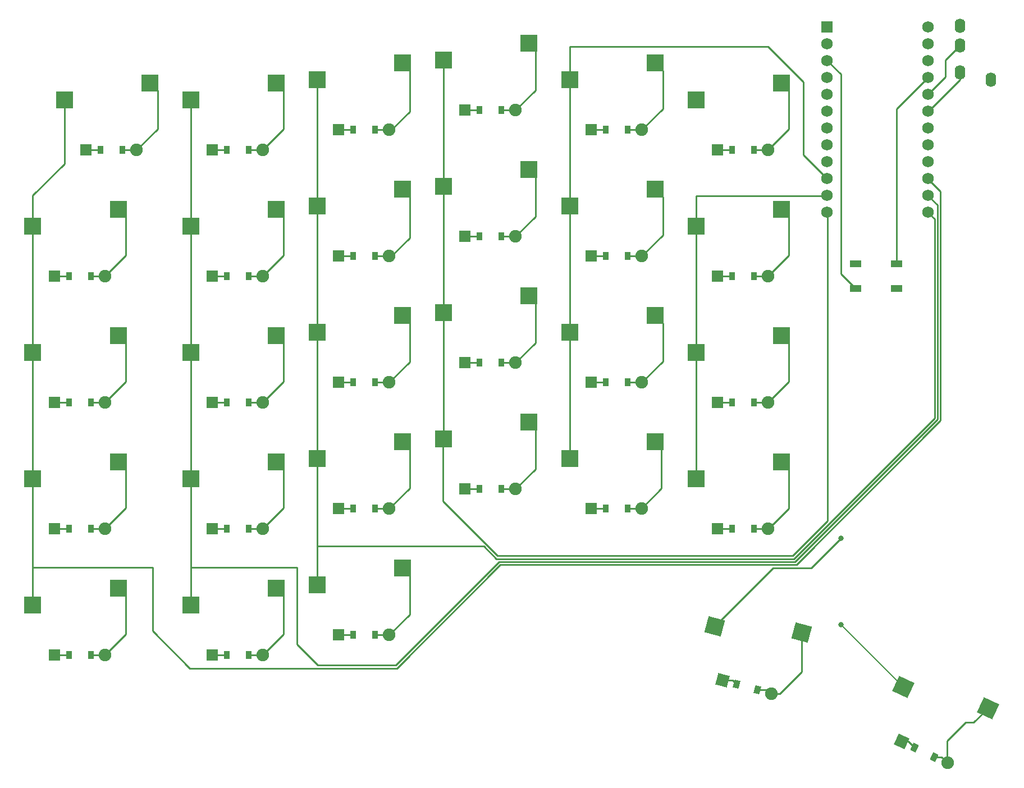
<source format=gbr>
%TF.GenerationSoftware,KiCad,Pcbnew,7.0.2-6a45011f42~172~ubuntu22.04.1*%
%TF.CreationDate,2023-05-03T20:51:48-04:00*%
%TF.ProjectId,left,6c656674-2e6b-4696-9361-645f70636258,v1.0.0*%
%TF.SameCoordinates,Original*%
%TF.FileFunction,Copper,L2,Bot*%
%TF.FilePolarity,Positive*%
%FSLAX46Y46*%
G04 Gerber Fmt 4.6, Leading zero omitted, Abs format (unit mm)*
G04 Created by KiCad (PCBNEW 7.0.2-6a45011f42~172~ubuntu22.04.1) date 2023-05-03 20:51:48*
%MOMM*%
%LPD*%
G01*
G04 APERTURE LIST*
G04 Aperture macros list*
%AMRotRect*
0 Rectangle, with rotation*
0 The origin of the aperture is its center*
0 $1 length*
0 $2 width*
0 $3 Rotation angle, in degrees counterclockwise*
0 Add horizontal line*
21,1,$1,$2,0,0,$3*%
G04 Aperture macros list end*
%TA.AperFunction,SMDPad,CuDef*%
%ADD10RotRect,2.550000X2.500000X345.000000*%
%TD*%
%TA.AperFunction,SMDPad,CuDef*%
%ADD11RotRect,2.550000X2.500000X335.000000*%
%TD*%
%TA.AperFunction,SMDPad,CuDef*%
%ADD12RotRect,0.900000X1.200000X335.000000*%
%TD*%
%TA.AperFunction,ComponentPad*%
%ADD13RotRect,1.778000X1.778000X335.000000*%
%TD*%
%TA.AperFunction,ComponentPad*%
%ADD14C,1.905000*%
%TD*%
%TA.AperFunction,SMDPad,CuDef*%
%ADD15R,2.550000X2.500000*%
%TD*%
%TA.AperFunction,SMDPad,CuDef*%
%ADD16R,0.900000X1.200000*%
%TD*%
%TA.AperFunction,ComponentPad*%
%ADD17R,1.778000X1.778000*%
%TD*%
%TA.AperFunction,SMDPad,CuDef*%
%ADD18RotRect,0.900000X1.200000X345.000000*%
%TD*%
%TA.AperFunction,ComponentPad*%
%ADD19RotRect,1.778000X1.778000X345.000000*%
%TD*%
%TA.AperFunction,ComponentPad*%
%ADD20C,1.752600*%
%TD*%
%TA.AperFunction,ComponentPad*%
%ADD21R,1.752600X1.752600*%
%TD*%
%TA.AperFunction,SMDPad,CuDef*%
%ADD22R,1.800000X1.100000*%
%TD*%
%TA.AperFunction,ComponentPad*%
%ADD23O,1.600000X2.200000*%
%TD*%
%TA.AperFunction,ViaPad*%
%ADD24C,0.800000*%
%TD*%
%TA.AperFunction,Conductor*%
%ADD25C,0.200000*%
%TD*%
%TA.AperFunction,Conductor*%
%ADD26C,0.250000*%
%TD*%
G04 APERTURE END LIST*
D10*
%TO.P,S28,1*%
%TO.N,P14*%
X140963816Y-126912815D03*
%TO.P,S28,2*%
%TO.N,space_meta*%
X154107739Y-127805118D03*
%TD*%
D11*
%TO.P,S29,2*%
%TO.N,mod_meta*%
X182178590Y-139212427D03*
%TO.P,S29,1*%
%TO.N,P16*%
X169389299Y-136051263D03*
%TD*%
D12*
%TO.P,D29,2*%
%TO.N,mod_meta*%
X174119356Y-146576394D03*
%TO.P,D29,1*%
%TO.N,P15*%
X171128540Y-145181754D03*
D13*
X169170915Y-144268898D03*
D14*
%TO.P,D29,2*%
%TO.N,mod_meta*%
X176076981Y-147489250D03*
%TD*%
D15*
%TO.P,S1,1*%
%TO.N,P7*%
X38152500Y-123660000D03*
%TO.P,S1,2*%
%TO.N,zero_meta*%
X51079500Y-121120000D03*
%TD*%
%TO.P,S2,2*%
%TO.N,zero_bottom*%
X51079500Y-102070000D03*
%TO.P,S2,1*%
%TO.N,P7*%
X38152500Y-104610000D03*
%TD*%
%TO.P,S3,2*%
%TO.N,zero_home*%
X51079500Y-83020000D03*
%TO.P,S3,1*%
%TO.N,P7*%
X38152500Y-85560000D03*
%TD*%
%TO.P,S4,2*%
%TO.N,zero_top*%
X51079500Y-63970000D03*
%TO.P,S4,1*%
%TO.N,P7*%
X38152500Y-66510000D03*
%TD*%
%TO.P,S5,2*%
%TO.N,zero_number*%
X55842000Y-44920000D03*
%TO.P,S5,1*%
%TO.N,P7*%
X42915000Y-47460000D03*
%TD*%
%TO.P,S6,1*%
%TO.N,P8*%
X61965000Y-123660000D03*
%TO.P,S6,2*%
%TO.N,one_meta*%
X74892000Y-121120000D03*
%TD*%
%TO.P,S7,2*%
%TO.N,one_bottom*%
X74892000Y-102070000D03*
%TO.P,S7,1*%
%TO.N,P8*%
X61965000Y-104610000D03*
%TD*%
%TO.P,S8,1*%
%TO.N,P8*%
X61965000Y-85560000D03*
%TO.P,S8,2*%
%TO.N,one_home*%
X74892000Y-83020000D03*
%TD*%
%TO.P,S9,1*%
%TO.N,P8*%
X61965000Y-66510000D03*
%TO.P,S9,2*%
%TO.N,one_top*%
X74892000Y-63970000D03*
%TD*%
%TO.P,S10,2*%
%TO.N,one_number*%
X74892000Y-44920000D03*
%TO.P,S10,1*%
%TO.N,P8*%
X61965000Y-47460000D03*
%TD*%
%TO.P,S11,1*%
%TO.N,P9*%
X81015000Y-120660000D03*
%TO.P,S11,2*%
%TO.N,two_meta*%
X93942000Y-118120000D03*
%TD*%
%TO.P,S12,1*%
%TO.N,P9*%
X81015000Y-101610000D03*
%TO.P,S12,2*%
%TO.N,two_bottom*%
X93942000Y-99070000D03*
%TD*%
%TO.P,S13,1*%
%TO.N,P9*%
X81015000Y-82560000D03*
%TO.P,S13,2*%
%TO.N,two_home*%
X93942000Y-80020000D03*
%TD*%
%TO.P,S14,1*%
%TO.N,P9*%
X81015000Y-63510000D03*
%TO.P,S14,2*%
%TO.N,two_top*%
X93942000Y-60970000D03*
%TD*%
%TO.P,S15,1*%
%TO.N,P9*%
X81015000Y-44460000D03*
%TO.P,S15,2*%
%TO.N,two_number*%
X93942000Y-41920000D03*
%TD*%
%TO.P,S16,2*%
%TO.N,three_bottom*%
X112992000Y-96070000D03*
%TO.P,S16,1*%
%TO.N,P10*%
X100065000Y-98610000D03*
%TD*%
%TO.P,S17,1*%
%TO.N,P10*%
X100065000Y-79560000D03*
%TO.P,S17,2*%
%TO.N,three_home*%
X112992000Y-77020000D03*
%TD*%
%TO.P,S18,1*%
%TO.N,P10*%
X100065000Y-60510000D03*
%TO.P,S18,2*%
%TO.N,three_top*%
X112992000Y-57970000D03*
%TD*%
%TO.P,S19,1*%
%TO.N,P10*%
X100065000Y-41460000D03*
%TO.P,S19,2*%
%TO.N,three_number*%
X112992000Y-38920000D03*
%TD*%
%TO.P,S20,2*%
%TO.N,four_bottom*%
X132042000Y-99070000D03*
%TO.P,S20,1*%
%TO.N,P14*%
X119115000Y-101610000D03*
%TD*%
%TO.P,S21,1*%
%TO.N,P14*%
X119115000Y-82560000D03*
%TO.P,S21,2*%
%TO.N,four_home*%
X132042000Y-80020000D03*
%TD*%
%TO.P,S22,2*%
%TO.N,four_top*%
X132042000Y-60970000D03*
%TO.P,S22,1*%
%TO.N,P14*%
X119115000Y-63510000D03*
%TD*%
%TO.P,S23,1*%
%TO.N,P14*%
X119115000Y-44460000D03*
%TO.P,S23,2*%
%TO.N,four_number*%
X132042000Y-41920000D03*
%TD*%
%TO.P,S24,1*%
%TO.N,P16*%
X138165000Y-104610000D03*
%TO.P,S24,2*%
%TO.N,five_bottom*%
X151092000Y-102070000D03*
%TD*%
%TO.P,S25,1*%
%TO.N,P16*%
X138165000Y-85560000D03*
%TO.P,S25,2*%
%TO.N,five_home*%
X151092000Y-83020000D03*
%TD*%
%TO.P,S26,1*%
%TO.N,P16*%
X138165000Y-66510000D03*
%TO.P,S26,2*%
%TO.N,five_top*%
X151092000Y-63970000D03*
%TD*%
%TO.P,S27,1*%
%TO.N,P16*%
X138165000Y-47460000D03*
%TO.P,S27,2*%
%TO.N,five_number*%
X151092000Y-44920000D03*
%TD*%
D16*
%TO.P,D1,2*%
%TO.N,zero_meta*%
X46887500Y-131200000D03*
%TO.P,D1,1*%
%TO.N,P15*%
X43587500Y-131200000D03*
D17*
X41427500Y-131200000D03*
D14*
%TO.P,D1,2*%
%TO.N,zero_meta*%
X49047500Y-131200000D03*
%TD*%
D16*
%TO.P,D2,2*%
%TO.N,zero_bottom*%
X46887500Y-112150000D03*
%TO.P,D2,1*%
%TO.N,P18*%
X43587500Y-112150000D03*
D17*
X41427500Y-112150000D03*
D14*
%TO.P,D2,2*%
%TO.N,zero_bottom*%
X49047500Y-112150000D03*
%TD*%
D16*
%TO.P,D3,2*%
%TO.N,zero_home*%
X46887500Y-93100000D03*
%TO.P,D3,1*%
%TO.N,P19*%
X43587500Y-93100000D03*
D17*
X41427500Y-93100000D03*
D14*
%TO.P,D3,2*%
%TO.N,zero_home*%
X49047500Y-93100000D03*
%TD*%
D16*
%TO.P,D4,2*%
%TO.N,zero_top*%
X46887500Y-74050000D03*
%TO.P,D4,1*%
%TO.N,P20*%
X43587500Y-74050000D03*
D17*
X41427500Y-74050000D03*
D14*
%TO.P,D4,2*%
%TO.N,zero_top*%
X49047500Y-74050000D03*
%TD*%
D16*
%TO.P,D5,2*%
%TO.N,zero_number*%
X51650000Y-55000000D03*
%TO.P,D5,1*%
%TO.N,P21*%
X48350000Y-55000000D03*
D17*
X46190000Y-55000000D03*
D14*
%TO.P,D5,2*%
%TO.N,zero_number*%
X53810000Y-55000000D03*
%TD*%
D16*
%TO.P,D6,2*%
%TO.N,one_meta*%
X70700000Y-131200000D03*
%TO.P,D6,1*%
%TO.N,P15*%
X67400000Y-131200000D03*
D17*
X65240000Y-131200000D03*
D14*
%TO.P,D6,2*%
%TO.N,one_meta*%
X72860000Y-131200000D03*
%TD*%
D16*
%TO.P,D7,2*%
%TO.N,one_bottom*%
X70700000Y-112150000D03*
%TO.P,D7,1*%
%TO.N,P18*%
X67400000Y-112150000D03*
D17*
X65240000Y-112150000D03*
D14*
%TO.P,D7,2*%
%TO.N,one_bottom*%
X72860000Y-112150000D03*
%TD*%
D16*
%TO.P,D8,2*%
%TO.N,one_home*%
X70700000Y-93100000D03*
%TO.P,D8,1*%
%TO.N,P19*%
X67400000Y-93100000D03*
D17*
X65240000Y-93100000D03*
D14*
%TO.P,D8,2*%
%TO.N,one_home*%
X72860000Y-93100000D03*
%TD*%
D16*
%TO.P,D9,2*%
%TO.N,one_top*%
X70700000Y-74050000D03*
%TO.P,D9,1*%
%TO.N,P20*%
X67400000Y-74050000D03*
D17*
X65240000Y-74050000D03*
D14*
%TO.P,D9,2*%
%TO.N,one_top*%
X72860000Y-74050000D03*
%TD*%
D16*
%TO.P,D10,2*%
%TO.N,one_number*%
X70700000Y-55000000D03*
%TO.P,D10,1*%
%TO.N,P21*%
X67400000Y-55000000D03*
D17*
X65240000Y-55000000D03*
D14*
%TO.P,D10,2*%
%TO.N,one_number*%
X72860000Y-55000000D03*
%TD*%
D16*
%TO.P,D11,2*%
%TO.N,two_meta*%
X89750000Y-128200000D03*
%TO.P,D11,1*%
%TO.N,P15*%
X86450000Y-128200000D03*
D17*
X84290000Y-128200000D03*
D14*
%TO.P,D11,2*%
%TO.N,two_meta*%
X91910000Y-128200000D03*
%TD*%
D16*
%TO.P,D12,2*%
%TO.N,two_bottom*%
X89750000Y-109150000D03*
%TO.P,D12,1*%
%TO.N,P18*%
X86450000Y-109150000D03*
D17*
X84290000Y-109150000D03*
D14*
%TO.P,D12,2*%
%TO.N,two_bottom*%
X91910000Y-109150000D03*
%TD*%
D16*
%TO.P,D13,2*%
%TO.N,two_home*%
X89750000Y-90100000D03*
%TO.P,D13,1*%
%TO.N,P19*%
X86450000Y-90100000D03*
D17*
X84290000Y-90100000D03*
D14*
%TO.P,D13,2*%
%TO.N,two_home*%
X91910000Y-90100000D03*
%TD*%
D16*
%TO.P,D14,2*%
%TO.N,two_top*%
X89750000Y-71050000D03*
%TO.P,D14,1*%
%TO.N,P20*%
X86450000Y-71050000D03*
D17*
X84290000Y-71050000D03*
D14*
%TO.P,D14,2*%
%TO.N,two_top*%
X91910000Y-71050000D03*
%TD*%
D16*
%TO.P,D15,2*%
%TO.N,two_number*%
X89750000Y-52000000D03*
%TO.P,D15,1*%
%TO.N,P21*%
X86450000Y-52000000D03*
D17*
X84290000Y-52000000D03*
D14*
%TO.P,D15,2*%
%TO.N,two_number*%
X91910000Y-52000000D03*
%TD*%
D16*
%TO.P,D16,2*%
%TO.N,three_bottom*%
X108800000Y-106150000D03*
%TO.P,D16,1*%
%TO.N,P18*%
X105500000Y-106150000D03*
D17*
X103340000Y-106150000D03*
D14*
%TO.P,D16,2*%
%TO.N,three_bottom*%
X110960000Y-106150000D03*
%TD*%
D16*
%TO.P,D17,2*%
%TO.N,three_home*%
X108800000Y-87100000D03*
%TO.P,D17,1*%
%TO.N,P19*%
X105500000Y-87100000D03*
D17*
X103340000Y-87100000D03*
D14*
%TO.P,D17,2*%
%TO.N,three_home*%
X110960000Y-87100000D03*
%TD*%
D16*
%TO.P,D18,2*%
%TO.N,three_top*%
X108800000Y-68050000D03*
%TO.P,D18,1*%
%TO.N,P20*%
X105500000Y-68050000D03*
D17*
X103340000Y-68050000D03*
D14*
%TO.P,D18,2*%
%TO.N,three_top*%
X110960000Y-68050000D03*
%TD*%
D16*
%TO.P,D19,2*%
%TO.N,three_number*%
X108800000Y-49000000D03*
%TO.P,D19,1*%
%TO.N,P21*%
X105500000Y-49000000D03*
D17*
X103340000Y-49000000D03*
D14*
%TO.P,D19,2*%
%TO.N,three_number*%
X110960000Y-49000000D03*
%TD*%
D16*
%TO.P,D20,2*%
%TO.N,four_bottom*%
X127850000Y-109150000D03*
%TO.P,D20,1*%
%TO.N,P18*%
X124550000Y-109150000D03*
D17*
X122390000Y-109150000D03*
D14*
%TO.P,D20,2*%
%TO.N,four_bottom*%
X130010000Y-109150000D03*
%TD*%
D16*
%TO.P,D21,2*%
%TO.N,four_home*%
X127850000Y-90100000D03*
%TO.P,D21,1*%
%TO.N,P19*%
X124550000Y-90100000D03*
D17*
X122390000Y-90100000D03*
D14*
%TO.P,D21,2*%
%TO.N,four_home*%
X130010000Y-90100000D03*
%TD*%
%TO.P,D22,2*%
%TO.N,four_top*%
X130010000Y-71050000D03*
D17*
%TO.P,D22,1*%
%TO.N,P20*%
X122390000Y-71050000D03*
D16*
X124550000Y-71050000D03*
%TO.P,D22,2*%
%TO.N,four_top*%
X127850000Y-71050000D03*
%TD*%
%TO.P,D23,2*%
%TO.N,four_number*%
X127850000Y-52000000D03*
%TO.P,D23,1*%
%TO.N,P21*%
X124550000Y-52000000D03*
D17*
X122390000Y-52000000D03*
D14*
%TO.P,D23,2*%
%TO.N,four_number*%
X130010000Y-52000000D03*
%TD*%
D16*
%TO.P,D24,2*%
%TO.N,five_bottom*%
X146900000Y-112150000D03*
%TO.P,D24,1*%
%TO.N,P18*%
X143600000Y-112150000D03*
D17*
X141440000Y-112150000D03*
D14*
%TO.P,D24,2*%
%TO.N,five_bottom*%
X149060000Y-112150000D03*
%TD*%
D16*
%TO.P,D25,2*%
%TO.N,five_home*%
X146900000Y-93100000D03*
%TO.P,D25,1*%
%TO.N,P19*%
X143600000Y-93100000D03*
D17*
X141440000Y-93100000D03*
D14*
%TO.P,D25,2*%
%TO.N,five_home*%
X149060000Y-93100000D03*
%TD*%
D16*
%TO.P,D26,2*%
%TO.N,five_top*%
X146900000Y-74050000D03*
%TO.P,D26,1*%
%TO.N,P20*%
X143600000Y-74050000D03*
D17*
X141440000Y-74050000D03*
D14*
%TO.P,D26,2*%
%TO.N,five_top*%
X149060000Y-74050000D03*
%TD*%
D16*
%TO.P,D27,2*%
%TO.N,five_number*%
X146900000Y-55000000D03*
%TO.P,D27,1*%
%TO.N,P21*%
X143600000Y-55000000D03*
D17*
X141440000Y-55000000D03*
D14*
%TO.P,D27,2*%
%TO.N,five_number*%
X149060000Y-55000000D03*
%TD*%
D18*
%TO.P,D28,2*%
%TO.N,space_meta*%
X147449683Y-136456680D03*
%TO.P,D28,1*%
%TO.N,P15*%
X144262127Y-135602578D03*
D19*
X142175728Y-135043528D03*
D14*
%TO.P,D28,2*%
%TO.N,space_meta*%
X149536082Y-137015730D03*
%TD*%
D20*
%TO.P,MCU1,24*%
%TO.N,P9*%
X173185000Y-64370000D03*
%TO.P,MCU1,23*%
%TO.N,P8*%
X173185000Y-61830000D03*
%TO.P,MCU1,22*%
%TO.N,P7*%
X173185000Y-59290000D03*
%TO.P,MCU1,21*%
%TO.N,P6*%
X173185000Y-56750000D03*
%TO.P,MCU1,20*%
%TO.N,P5*%
X173185000Y-54210000D03*
%TO.P,MCU1,19*%
%TO.N,P4*%
X173185000Y-51670000D03*
%TO.P,MCU1,18*%
%TO.N,P3*%
X173185000Y-49130000D03*
%TO.P,MCU1,17*%
%TO.N,P2*%
X173185000Y-46590000D03*
%TO.P,MCU1,16*%
%TO.N,GND*%
X173185000Y-44050000D03*
%TO.P,MCU1,15*%
X173185000Y-41510000D03*
%TO.P,MCU1,14*%
%TO.N,P0*%
X173185000Y-38970000D03*
%TO.P,MCU1,13*%
%TO.N,P1*%
X173185000Y-36430000D03*
%TO.P,MCU1,12*%
%TO.N,P10*%
X157945000Y-64370000D03*
%TO.P,MCU1,11*%
%TO.N,P16*%
X157945000Y-61830000D03*
%TO.P,MCU1,10*%
%TO.N,P14*%
X157945000Y-59290000D03*
%TO.P,MCU1,9*%
%TO.N,P15*%
X157945000Y-56750000D03*
%TO.P,MCU1,8*%
%TO.N,P18*%
X157945000Y-54210000D03*
%TO.P,MCU1,7*%
%TO.N,P19*%
X157945000Y-51670000D03*
%TO.P,MCU1,6*%
%TO.N,P20*%
X157945000Y-49130000D03*
%TO.P,MCU1,5*%
%TO.N,P21*%
X157945000Y-46590000D03*
%TO.P,MCU1,4*%
%TO.N,VCC*%
X157945000Y-44050000D03*
%TO.P,MCU1,3*%
%TO.N,RST*%
X157945000Y-41510000D03*
%TO.P,MCU1,2*%
%TO.N,GND*%
X157945000Y-38970000D03*
D21*
%TO.P,MCU1,1*%
%TO.N,RAW*%
X157945000Y-36430000D03*
%TD*%
D22*
%TO.P,B1,2*%
%TO.N,RST*%
X162200000Y-75900000D03*
X168400000Y-75900000D03*
%TO.P,B1,1*%
%TO.N,GND*%
X162200000Y-72200000D03*
X168400000Y-72200000D03*
%TD*%
D23*
%TO.P,TRRS1,4*%
%TO.N,VCC*%
X178000000Y-36287500D03*
%TO.P,TRRS1,3*%
%TO.N,P2*%
X178000000Y-39287500D03*
%TO.P,TRRS1,2*%
%TO.N,P3*%
X178000000Y-43287500D03*
%TO.P,TRRS1,1*%
%TO.N,GND*%
X182600000Y-44387500D03*
%TD*%
D24*
%TO.N,P14*%
X160000000Y-113600000D03*
%TO.N,P16*%
X160000000Y-126661964D03*
%TD*%
D25*
%TO.N,P16*%
X160000000Y-126661964D02*
X169389299Y-136051263D01*
D26*
%TO.N,mod_meta*%
X176000000Y-147400000D02*
X176000000Y-144200000D01*
X176000000Y-144200000D02*
X178800000Y-141400000D01*
X178800000Y-141400000D02*
X179995509Y-141400000D01*
X179995509Y-141400000D02*
X182178590Y-139216919D01*
%TO.N,P9*%
X81015000Y-114800000D02*
X106163604Y-114800000D01*
X106163604Y-114800000D02*
X108063604Y-116700000D01*
X108063604Y-116700000D02*
X152936396Y-116700000D01*
X152936396Y-116700000D02*
X174150000Y-95486396D01*
X174150000Y-95486396D02*
X174150000Y-65435000D01*
X174150000Y-65435000D02*
X173185000Y-64470000D01*
%TO.N,P8*%
X61965000Y-123660000D02*
X61965000Y-118000000D01*
X61965000Y-118000000D02*
X78000000Y-118000000D01*
X78000000Y-118000000D02*
X78000000Y-129600000D01*
X81150000Y-132750000D02*
X92850000Y-132750000D01*
X78000000Y-129600000D02*
X81150000Y-132750000D01*
X92850000Y-132750000D02*
X108450000Y-117150000D01*
X108450000Y-117150000D02*
X153122792Y-117150000D01*
X153122792Y-117150000D02*
X174600000Y-95672792D01*
X174600000Y-95672792D02*
X174600000Y-63345000D01*
X174600000Y-63345000D02*
X173185000Y-61930000D01*
%TO.N,P7*%
X38152500Y-123660000D02*
X38152500Y-118000000D01*
X61800000Y-133200000D02*
X93036396Y-133200000D01*
X38152500Y-118000000D02*
X56200000Y-118000000D01*
X56200000Y-118000000D02*
X56200000Y-127600000D01*
X56200000Y-127600000D02*
X61800000Y-133200000D01*
X175050000Y-95859188D02*
X175050000Y-61255000D01*
X93036396Y-133200000D02*
X108636396Y-117600000D01*
X108636396Y-117600000D02*
X153309188Y-117600000D01*
X153309188Y-117600000D02*
X175050000Y-95859188D01*
X175050000Y-61255000D02*
X173185000Y-59390000D01*
%TO.N,P10*%
X100000000Y-98675000D02*
X100000000Y-108000000D01*
X108250000Y-116250000D02*
X152750000Y-116250000D01*
X100000000Y-108000000D02*
X108250000Y-116250000D01*
X152750000Y-116250000D02*
X158000000Y-111000000D01*
X158000000Y-111000000D02*
X158000000Y-64425000D01*
%TO.N,three_number*%
X113965000Y-45995000D02*
X113965000Y-39893000D01*
X110960000Y-49000000D02*
X113965000Y-45995000D01*
%TO.N,P3*%
X178000000Y-43287500D02*
X178000000Y-44400000D01*
X178000000Y-44400000D02*
X173270000Y-49130000D01*
%TO.N,P2*%
X178000000Y-39287500D02*
X175800000Y-41487500D01*
X175800000Y-41487500D02*
X175800000Y-43975000D01*
X175800000Y-43975000D02*
X173185000Y-46590000D01*
%TO.N,P15*%
X142175728Y-135043528D02*
X143703077Y-135043528D01*
X143703077Y-135043528D02*
X144262127Y-135602578D01*
%TO.N,GND*%
X168400000Y-72200000D02*
X168400000Y-48835000D01*
X168400000Y-48835000D02*
X173185000Y-44050000D01*
%TO.N,RST*%
X162200000Y-75900000D02*
X160000000Y-73700000D01*
X160000000Y-73700000D02*
X160000000Y-43565000D01*
X160000000Y-43565000D02*
X157945000Y-41510000D01*
%TO.N,P8*%
X61965000Y-123660000D02*
X61965000Y-104610000D01*
%TO.N,P7*%
X38152500Y-123660000D02*
X38152500Y-104610000D01*
%TO.N,mod_meta*%
X174119356Y-146576394D02*
X175164125Y-146576394D01*
X175164125Y-146576394D02*
X176076981Y-147489250D01*
%TO.N,P15*%
X169170915Y-144268898D02*
X170215684Y-144268898D01*
X170215684Y-144268898D02*
X171128540Y-145181754D01*
%TO.N,space_meta*%
X147449683Y-136456680D02*
X148977032Y-136456680D01*
%TO.N,two_meta*%
X89750000Y-128200000D02*
X91910000Y-128200000D01*
%TO.N,P15*%
X84290000Y-128200000D02*
X86450000Y-128200000D01*
%TO.N,one_meta*%
X70700000Y-131200000D02*
X72860000Y-131200000D01*
%TO.N,P15*%
X67400000Y-131200000D02*
X65240000Y-131200000D01*
%TO.N,zero_meta*%
X46887500Y-131200000D02*
X49047500Y-131200000D01*
%TO.N,P15*%
X43587500Y-131200000D02*
X41427500Y-131200000D01*
%TO.N,P18*%
X43587500Y-112150000D02*
X41427500Y-112150000D01*
%TO.N,zero_bottom*%
X46887500Y-112150000D02*
X49047500Y-112150000D01*
%TO.N,P18*%
X67400000Y-112150000D02*
X65240000Y-112150000D01*
%TO.N,one_bottom*%
X70700000Y-112150000D02*
X72860000Y-112150000D01*
%TO.N,P18*%
X86450000Y-109150000D02*
X84290000Y-109150000D01*
%TO.N,two_bottom*%
X89750000Y-109150000D02*
X91910000Y-109150000D01*
%TO.N,three_bottom*%
X108800000Y-106150000D02*
X110960000Y-106150000D01*
%TO.N,P18*%
X105500000Y-106150000D02*
X103340000Y-106150000D01*
X124550000Y-109150000D02*
X122390000Y-109150000D01*
%TO.N,four_bottom*%
X127850000Y-109150000D02*
X130010000Y-109150000D01*
%TO.N,P18*%
X143600000Y-112150000D02*
X141440000Y-112150000D01*
%TO.N,five_bottom*%
X146900000Y-112150000D02*
X149060000Y-112150000D01*
%TO.N,P19*%
X103340000Y-87100000D02*
X105500000Y-87100000D01*
%TO.N,two_home*%
X89750000Y-90100000D02*
X91910000Y-90100000D01*
%TO.N,P19*%
X84290000Y-90100000D02*
X86450000Y-90100000D01*
%TO.N,one_home*%
X70700000Y-93100000D02*
X72860000Y-93100000D01*
%TO.N,P19*%
X65240000Y-93100000D02*
X67400000Y-93100000D01*
%TO.N,zero_home*%
X46887500Y-93100000D02*
X49047500Y-93100000D01*
%TO.N,P19*%
X41427500Y-93100000D02*
X43587500Y-93100000D01*
%TO.N,P20*%
X43587500Y-74050000D02*
X41427500Y-74050000D01*
%TO.N,zero_top*%
X46887500Y-74050000D02*
X49047500Y-74050000D01*
%TO.N,P20*%
X67400000Y-74050000D02*
X65240000Y-74050000D01*
%TO.N,one_top*%
X70700000Y-74050000D02*
X72860000Y-74050000D01*
%TO.N,P20*%
X86450000Y-71050000D02*
X84290000Y-71050000D01*
%TO.N,two_top*%
X89750000Y-71050000D02*
X91910000Y-71050000D01*
%TO.N,P21*%
X103340000Y-49000000D02*
X105500000Y-49000000D01*
%TO.N,two_number*%
X89750000Y-52000000D02*
X91910000Y-52000000D01*
%TO.N,P21*%
X84290000Y-52000000D02*
X86450000Y-52000000D01*
%TO.N,one_number*%
X70700000Y-55000000D02*
X72860000Y-55000000D01*
%TO.N,P21*%
X65240000Y-55000000D02*
X67400000Y-55000000D01*
%TO.N,zero_number*%
X51650000Y-55000000D02*
X53810000Y-55000000D01*
%TO.N,P21*%
X48350000Y-55000000D02*
X46190000Y-55000000D01*
%TO.N,P14*%
X119115000Y-44460000D02*
X119115000Y-39400000D01*
X154400000Y-44800000D02*
X154400000Y-55745000D01*
X119115000Y-39400000D02*
X149000000Y-39400000D01*
X149000000Y-39400000D02*
X154400000Y-44800000D01*
X154400000Y-55745000D02*
X157945000Y-59290000D01*
X160000000Y-113600000D02*
X155550000Y-118050000D01*
X155550000Y-118050000D02*
X149800000Y-118050000D01*
X149800000Y-118050000D02*
X149800000Y-118076631D01*
X149800000Y-118076631D02*
X140963816Y-126912815D01*
X119115000Y-101610000D02*
X119115000Y-82560000D01*
%TO.N,P16*%
X138165000Y-66510000D02*
X138165000Y-61930000D01*
X138165000Y-61930000D02*
X157945000Y-61930000D01*
%TO.N,P8*%
X61965000Y-47460000D02*
X61965000Y-66510000D01*
X61965000Y-104610000D02*
X61965000Y-85560000D01*
X61965000Y-66510000D02*
X61965000Y-85560000D01*
%TO.N,P7*%
X38152500Y-85560000D02*
X38152500Y-104610000D01*
X42915000Y-47460000D02*
X42915000Y-57137500D01*
X38152500Y-61900000D02*
X38152500Y-66510000D01*
X42915000Y-57137500D02*
X38152500Y-61900000D01*
X38152500Y-85560000D02*
X38152500Y-66510000D01*
%TO.N,P9*%
X81015000Y-82560000D02*
X81015000Y-101610000D01*
X81015000Y-101610000D02*
X81015000Y-120660000D01*
X81015000Y-44460000D02*
X81015000Y-63510000D01*
X81015000Y-63510000D02*
X81015000Y-82560000D01*
%TO.N,P10*%
X100065000Y-41460000D02*
X100065000Y-60510000D01*
%TO.N,P16*%
X138165000Y-66510000D02*
X138165000Y-85560000D01*
%TO.N,two_meta*%
X91910000Y-128200000D02*
X94965000Y-125145000D01*
X94965000Y-125145000D02*
X94965000Y-119143000D01*
%TO.N,two_home*%
X91910000Y-90100000D02*
X94965000Y-87045000D01*
X94965000Y-87045000D02*
X94965000Y-81043000D01*
%TO.N,two_top*%
X94965000Y-68287500D02*
X94965000Y-61993000D01*
X92165000Y-71087500D02*
X94965000Y-68287500D01*
%TO.N,one_home*%
X72860000Y-93100000D02*
X75965000Y-89995000D01*
X75965000Y-89995000D02*
X75965000Y-84093000D01*
%TO.N,one_bottom*%
X72860000Y-112150000D02*
X75965000Y-109045000D01*
X75965000Y-109045000D02*
X75965000Y-103143000D01*
%TO.N,one_meta*%
X72860000Y-131200000D02*
X75965000Y-128095000D01*
X75965000Y-128095000D02*
X75965000Y-122193000D01*
%TO.N,zero_meta*%
X49047500Y-131200000D02*
X52165000Y-128082500D01*
X52165000Y-128082500D02*
X52165000Y-122205500D01*
%TO.N,zero_bottom*%
X49047500Y-112150000D02*
X52165000Y-109032500D01*
X52165000Y-109032500D02*
X52165000Y-103155500D01*
%TO.N,zero_number*%
X53810000Y-55000000D02*
X56965000Y-51845000D01*
X56965000Y-51845000D02*
X56965000Y-46043000D01*
%TO.N,one_number*%
X72860000Y-55000000D02*
X75965000Y-51895000D01*
X75965000Y-51895000D02*
X75965000Y-45993000D01*
%TO.N,zero_top*%
X49047500Y-74050000D02*
X52165000Y-70932500D01*
X52165000Y-70932500D02*
X52165000Y-65055500D01*
%TO.N,one_top*%
X72860000Y-74050000D02*
X75965000Y-70945000D01*
X75965000Y-70945000D02*
X75965000Y-65043000D01*
%TO.N,zero_home*%
X49047500Y-93100000D02*
X52165000Y-89982500D01*
X52165000Y-89982500D02*
X52165000Y-84105500D01*
%TO.N,two_bottom*%
X91910000Y-109150000D02*
X94965000Y-106095000D01*
X94965000Y-106095000D02*
X94965000Y-100093000D01*
%TO.N,two_number*%
X92252500Y-52000000D02*
X94965000Y-49287500D01*
X94965000Y-49287500D02*
X94965000Y-42943000D01*
%TO.N,three_top*%
X110960000Y-68050000D02*
X113965000Y-65045000D01*
X113965000Y-65045000D02*
X113965000Y-58943000D01*
%TO.N,three_home*%
X110960000Y-87100000D02*
X113965000Y-84095000D01*
X113965000Y-84095000D02*
X113965000Y-77993000D01*
%TO.N,three_bottom*%
X110960000Y-106150000D02*
X113965000Y-103145000D01*
X113965000Y-103145000D02*
X113965000Y-97043000D01*
%TO.N,four_bottom*%
X132965000Y-99993000D02*
X132965000Y-106087500D01*
X132965000Y-106087500D02*
X129965000Y-109087500D01*
%TO.N,four_home*%
X130010000Y-90100000D02*
X133165000Y-86945000D01*
X133165000Y-86945000D02*
X133165000Y-81143000D01*
%TO.N,four_top*%
X130010000Y-71050000D02*
X133165000Y-67895000D01*
X133165000Y-67895000D02*
X133165000Y-62093000D01*
%TO.N,four_number*%
X130010000Y-52000000D02*
X133165000Y-48845000D01*
X133165000Y-48845000D02*
X133165000Y-43043000D01*
%TO.N,space_meta*%
X149536082Y-137015730D02*
X150836770Y-137015730D01*
X150836770Y-137015730D02*
X154107739Y-133744761D01*
X154107739Y-133744761D02*
X154107739Y-127805118D01*
%TO.N,five_bottom*%
X149102500Y-112150000D02*
X152165000Y-109087500D01*
X152165000Y-109087500D02*
X152165000Y-103143000D01*
%TO.N,five_number*%
X149060000Y-55000000D02*
X152165000Y-51895000D01*
X152165000Y-51895000D02*
X152165000Y-45993000D01*
%TO.N,five_top*%
X149060000Y-74050000D02*
X152165000Y-70945000D01*
X152165000Y-70945000D02*
X152165000Y-65043000D01*
%TO.N,five_home*%
X149060000Y-93100000D02*
X152165000Y-89995000D01*
X152165000Y-89995000D02*
X152165000Y-84093000D01*
%TO.N,P16*%
X138165000Y-85560000D02*
X138165000Y-104610000D01*
%TO.N,P10*%
X100065000Y-79560000D02*
X100065000Y-98610000D01*
X100065000Y-60510000D02*
X100065000Y-79560000D01*
%TO.N,P14*%
X119115000Y-63510000D02*
X119115000Y-82560000D01*
X119115000Y-44460000D02*
X119115000Y-63510000D01*
%TO.N,P20*%
X124550000Y-71050000D02*
X122390000Y-71050000D01*
%TO.N,four_top*%
X130010000Y-71050000D02*
X127850000Y-71050000D01*
%TO.N,P20*%
X143600000Y-74050000D02*
X141440000Y-74050000D01*
%TO.N,five_top*%
X149060000Y-74050000D02*
X146900000Y-74050000D01*
%TO.N,five_home*%
X149060000Y-93100000D02*
X146900000Y-93100000D01*
%TO.N,P19*%
X143600000Y-93100000D02*
X141440000Y-93100000D01*
%TO.N,four_home*%
X130010000Y-90100000D02*
X127850000Y-90100000D01*
%TO.N,P19*%
X124550000Y-90100000D02*
X122390000Y-90100000D01*
%TO.N,three_home*%
X110960000Y-87100000D02*
X108800000Y-87100000D01*
%TO.N,P20*%
X105500000Y-68050000D02*
X103340000Y-68050000D01*
%TO.N,three_top*%
X110960000Y-68050000D02*
X108800000Y-68050000D01*
%TO.N,three_number*%
X110960000Y-49000000D02*
X108800000Y-49000000D01*
%TO.N,P21*%
X124550000Y-52000000D02*
X122390000Y-52000000D01*
%TO.N,four_number*%
X130010000Y-52000000D02*
X127850000Y-52000000D01*
%TO.N,P21*%
X143600000Y-55000000D02*
X141440000Y-55000000D01*
%TO.N,five_number*%
X149060000Y-55000000D02*
X146900000Y-55000000D01*
%TD*%
M02*

</source>
